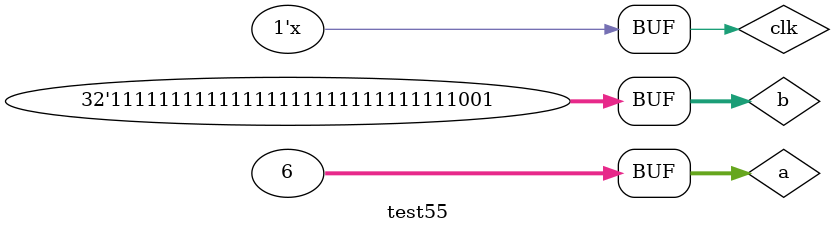
<source format=v>
`timescale 1ns / 1ps


module test55;

	// Inputs
	reg [31:0] a;
	reg [31:0] b;
	reg clk;

	// Outputs
	wire [63:0] res;

	// Instantiate the Unit Under Test (UUT)
	pipelined uut (
		.a(a), 
		.b(b), 
		.clk(clk), 
		.res(res)
	);

	initial begin
		// Initialize Inputs
		a = 6;
		b = -7;
		clk = 0;

		// Wait 100 ns for global reset to finish
		#100;
        
		// Add stimulus here

	end
	
	always #50 clk=~clk;
endmodule


</source>
